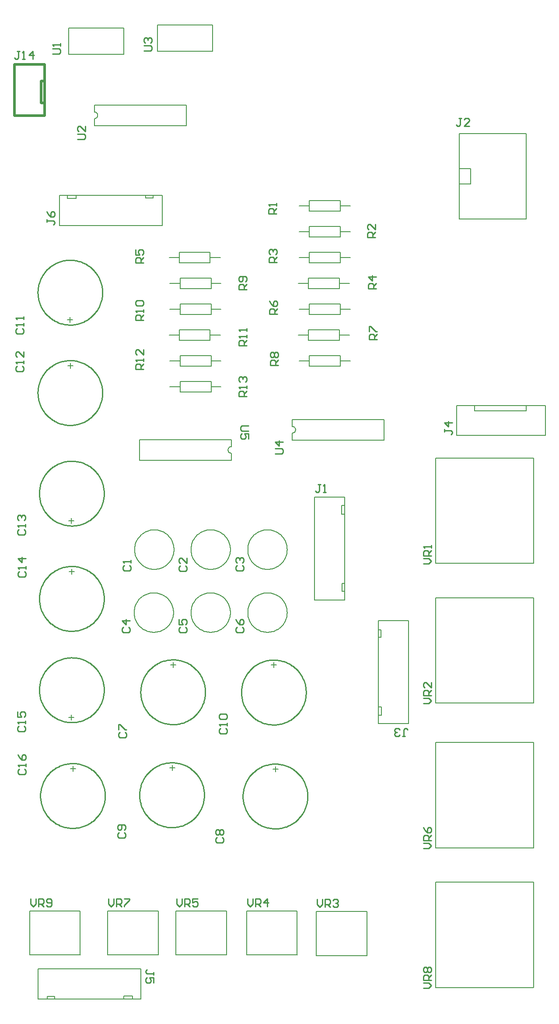
<source format=gto>
G04*
G04 #@! TF.GenerationSoftware,Altium Limited,Altium Designer,20.2.6 (244)*
G04*
G04 Layer_Color=65535*
%FSLAX25Y25*%
%MOIN*%
G70*
G04*
G04 #@! TF.SameCoordinates,D0101EB9-F9F5-49BF-87CF-733DA2BBE2A4*
G04*
G04*
G04 #@! TF.FilePolarity,Positive*
G04*
G01*
G75*
%ADD10C,0.01000*%
%ADD11C,0.00787*%
%ADD12C,0.01968*%
%ADD13C,0.00700*%
D10*
X638039Y546654D02*
X638019Y547653D01*
X637958Y548650D01*
X637857Y549644D01*
X637716Y550633D01*
X637535Y551616D01*
X637314Y552591D01*
X637053Y553556D01*
X636754Y554509D01*
X636417Y555450D01*
X636041Y556376D01*
X635629Y557286D01*
X635180Y558179D01*
X634695Y559052D01*
X634175Y559906D01*
X633621Y560737D01*
X633033Y561546D01*
X632413Y562330D01*
X631763Y563088D01*
X631081Y563819D01*
X630371Y564522D01*
X629633Y565196D01*
X628868Y565839D01*
X628078Y566451D01*
X627264Y567030D01*
X626427Y567576D01*
X625568Y568087D01*
X624689Y568563D01*
X623792Y569003D01*
X622878Y569406D01*
X621948Y569772D01*
X621004Y570100D01*
X620048Y570390D01*
X619080Y570640D01*
X618104Y570851D01*
X617119Y571023D01*
X616128Y571154D01*
X615133Y571245D01*
X614135Y571296D01*
X613136Y571306D01*
X612137Y571275D01*
X611140Y571205D01*
X610147Y571093D01*
X609160Y570942D01*
X608179Y570751D01*
X607206Y570520D01*
X606244Y570250D01*
X605294Y569941D01*
X604357Y569594D01*
X603435Y569209D01*
X602529Y568787D01*
X601641Y568329D01*
X600772Y567836D01*
X599924Y567307D01*
X599098Y566744D01*
X598295Y566149D01*
X597518Y565521D01*
X596766Y564863D01*
X596042Y564174D01*
X595346Y563457D01*
X594680Y562712D01*
X594044Y561941D01*
X593441Y561144D01*
X592870Y560324D01*
X592333Y559482D01*
X591830Y558618D01*
X591363Y557734D01*
X590932Y556833D01*
X590538Y555915D01*
X590181Y554981D01*
X589863Y554034D01*
X589583Y553075D01*
X589342Y552105D01*
X589141Y551126D01*
X588980Y550140D01*
X588859Y549148D01*
X588778Y548152D01*
X588737Y547153D01*
Y546154D01*
X588778Y545155D01*
X588859Y544159D01*
X588980Y543167D01*
X589141Y542181D01*
X589343Y541202D01*
X589583Y540232D01*
X589863Y539273D01*
X590181Y538326D01*
X590538Y537392D01*
X590932Y536474D01*
X591363Y535572D01*
X591830Y534689D01*
X592333Y533825D01*
X592870Y532983D01*
X593441Y532163D01*
X594044Y531366D01*
X594680Y530595D01*
X595346Y529850D01*
X596042Y529133D01*
X596766Y528444D01*
X597518Y527786D01*
X598295Y527158D01*
X599098Y526562D01*
X599924Y526000D01*
X600772Y525471D01*
X601641Y524978D01*
X602529Y524519D01*
X603435Y524098D01*
X604357Y523713D01*
X605294Y523366D01*
X606244Y523057D01*
X607206Y522787D01*
X608179Y522556D01*
X609160Y522365D01*
X610147Y522214D01*
X611140Y522102D01*
X612137Y522032D01*
X613136Y522001D01*
X614135Y522011D01*
X615133Y522062D01*
X616128Y522153D01*
X617119Y522284D01*
X618104Y522456D01*
X619080Y522667D01*
X620048Y522917D01*
X621004Y523207D01*
X621948Y523535D01*
X622878Y523901D01*
X623792Y524304D01*
X624689Y524744D01*
X625568Y525220D01*
X626427Y525732D01*
X627264Y526277D01*
X628078Y526856D01*
X628868Y527468D01*
X629633Y528111D01*
X630371Y528785D01*
X631081Y529488D01*
X631763Y530219D01*
X632413Y530977D01*
X633033Y531761D01*
X633621Y532570D01*
X634175Y533401D01*
X634695Y534255D01*
X635180Y535128D01*
X635629Y536021D01*
X636041Y536931D01*
X636417Y537857D01*
X636754Y538798D01*
X637053Y539751D01*
X637314Y540716D01*
X637535Y541691D01*
X637716Y542673D01*
X637857Y543663D01*
X637958Y544657D01*
X638019Y545654D01*
X638039Y546653D01*
X639220Y389961D02*
X639200Y390960D01*
X639139Y391957D01*
X639038Y392951D01*
X638897Y393941D01*
X638716Y394923D01*
X638495Y395898D01*
X638235Y396863D01*
X637935Y397816D01*
X637598Y398757D01*
X637222Y399683D01*
X636810Y400593D01*
X636361Y401486D01*
X635876Y402359D01*
X635356Y403213D01*
X634802Y404044D01*
X634214Y404853D01*
X633595Y405637D01*
X632944Y406395D01*
X632263Y407126D01*
X631552Y407829D01*
X630814Y408503D01*
X630050Y409146D01*
X629259Y409758D01*
X628445Y410337D01*
X627608Y410883D01*
X626749Y411394D01*
X625871Y411870D01*
X624973Y412310D01*
X624059Y412713D01*
X623129Y413080D01*
X622185Y413408D01*
X621229Y413697D01*
X620261Y413947D01*
X619285Y414158D01*
X618300Y414330D01*
X617310Y414461D01*
X616314Y414552D01*
X615316Y414603D01*
X614317Y414613D01*
X613318Y414582D01*
X612322Y414512D01*
X611328Y414400D01*
X610341Y414249D01*
X609360Y414058D01*
X608388Y413827D01*
X607425Y413557D01*
X606475Y413248D01*
X605538Y412901D01*
X604616Y412516D01*
X603710Y412095D01*
X602822Y411636D01*
X601953Y411143D01*
X601105Y410614D01*
X600279Y410052D01*
X599476Y409456D01*
X598699Y408828D01*
X597947Y408170D01*
X597223Y407481D01*
X596527Y406764D01*
X595861Y406019D01*
X595225Y405248D01*
X594622Y404452D01*
X594051Y403631D01*
X593514Y402789D01*
X593011Y401925D01*
X592544Y401042D01*
X592113Y400140D01*
X591719Y399222D01*
X591362Y398288D01*
X591044Y397341D01*
X590764Y396382D01*
X590524Y395412D01*
X590322Y394433D01*
X590161Y393447D01*
X590040Y392455D01*
X589959Y391459D01*
X589919Y390460D01*
Y389461D01*
X589959Y388462D01*
X590040Y387466D01*
X590161Y386474D01*
X590322Y385488D01*
X590524Y384509D01*
X590764Y383540D01*
X591044Y382580D01*
X591362Y381633D01*
X591719Y380699D01*
X592113Y379781D01*
X592544Y378880D01*
X593011Y377996D01*
X593514Y377133D01*
X594051Y376290D01*
X594622Y375470D01*
X595225Y374673D01*
X595861Y373902D01*
X596527Y373157D01*
X597223Y372440D01*
X597947Y371751D01*
X598699Y371093D01*
X599476Y370465D01*
X600279Y369870D01*
X601105Y369307D01*
X601953Y368778D01*
X602822Y368285D01*
X603710Y367827D01*
X604616Y367405D01*
X605538Y367020D01*
X606475Y366673D01*
X607425Y366364D01*
X608388Y366094D01*
X609360Y365863D01*
X610341Y365672D01*
X611328Y365521D01*
X612322Y365410D01*
X613318Y365339D01*
X614317Y365308D01*
X615316Y365319D01*
X616314Y365369D01*
X617310Y365460D01*
X618300Y365592D01*
X619285Y365763D01*
X620261Y365974D01*
X621229Y366224D01*
X622185Y366514D01*
X623129Y366842D01*
X624059Y367208D01*
X624973Y367611D01*
X625871Y368051D01*
X626749Y368527D01*
X627608Y369039D01*
X628445Y369584D01*
X629259Y370163D01*
X630050Y370775D01*
X630814Y371418D01*
X631552Y372092D01*
X632263Y372795D01*
X632944Y373526D01*
X633595Y374284D01*
X634214Y375068D01*
X634802Y375877D01*
X635356Y376709D01*
X635876Y377562D01*
X636361Y378436D01*
X636810Y379328D01*
X637222Y380238D01*
X637598Y381165D01*
X637935Y382105D01*
X638235Y383059D01*
X638495Y384023D01*
X638716Y384998D01*
X638897Y385981D01*
X639038Y386970D01*
X639139Y387964D01*
X639200Y388962D01*
X639220Y389961D01*
X638039Y623032D02*
X638019Y624031D01*
X637958Y625028D01*
X637857Y626022D01*
X637716Y627011D01*
X637535Y627994D01*
X637314Y628969D01*
X637053Y629934D01*
X636754Y630887D01*
X636417Y631828D01*
X636041Y632754D01*
X635629Y633664D01*
X635180Y634557D01*
X634695Y635430D01*
X634175Y636284D01*
X633620Y637115D01*
X633033Y637924D01*
X632413Y638708D01*
X631763Y639466D01*
X631081Y640197D01*
X630371Y640900D01*
X629633Y641574D01*
X628868Y642217D01*
X628078Y642829D01*
X627264Y643408D01*
X626427Y643954D01*
X625568Y644465D01*
X624689Y644941D01*
X623792Y645381D01*
X622878Y645784D01*
X621948Y646150D01*
X621004Y646478D01*
X620048Y646768D01*
X619080Y647018D01*
X618104Y647229D01*
X617119Y647401D01*
X616128Y647532D01*
X615133Y647623D01*
X614135Y647674D01*
X613136Y647684D01*
X612137Y647653D01*
X611140Y647582D01*
X610147Y647471D01*
X609159Y647320D01*
X608179Y647129D01*
X607206Y646898D01*
X606244Y646628D01*
X605294Y646319D01*
X604357Y645972D01*
X603434Y645587D01*
X602528Y645165D01*
X601640Y644707D01*
X600772Y644214D01*
X599924Y643685D01*
X599098Y643122D01*
X598295Y642527D01*
X597518Y641899D01*
X596766Y641241D01*
X596042Y640552D01*
X595346Y639835D01*
X594680Y639090D01*
X594044Y638319D01*
X593441Y637523D01*
X592870Y636702D01*
X592333Y635860D01*
X591830Y634996D01*
X591363Y634113D01*
X590932Y633211D01*
X590538Y632293D01*
X590181Y631359D01*
X589863Y630412D01*
X589583Y629453D01*
X589342Y628483D01*
X589141Y627504D01*
X588980Y626518D01*
X588859Y625526D01*
X588778Y624530D01*
X588737Y623531D01*
Y622532D01*
X588778Y621533D01*
X588859Y620537D01*
X588980Y619545D01*
X589141Y618559D01*
X589342Y617580D01*
X589583Y616610D01*
X589863Y615651D01*
X590181Y614704D01*
X590538Y613770D01*
X590932Y612852D01*
X591363Y611950D01*
X591830Y611067D01*
X592333Y610203D01*
X592870Y609361D01*
X593441Y608540D01*
X594044Y607744D01*
X594680Y606973D01*
X595346Y606228D01*
X596042Y605511D01*
X596766Y604822D01*
X597518Y604164D01*
X598295Y603536D01*
X599098Y602941D01*
X599924Y602378D01*
X600772Y601849D01*
X601641Y601356D01*
X602529Y600897D01*
X603435Y600476D01*
X604357Y600091D01*
X605294Y599744D01*
X606244Y599435D01*
X607206Y599165D01*
X608179Y598934D01*
X609160Y598743D01*
X610147Y598592D01*
X611140Y598481D01*
X612137Y598410D01*
X613136Y598379D01*
X614135Y598389D01*
X615133Y598440D01*
X616128Y598531D01*
X617119Y598662D01*
X618104Y598834D01*
X619080Y599045D01*
X620048Y599295D01*
X621004Y599585D01*
X621948Y599913D01*
X622878Y600279D01*
X623792Y600682D01*
X624689Y601122D01*
X625568Y601598D01*
X626427Y602109D01*
X627264Y602655D01*
X628078Y603234D01*
X628868Y603846D01*
X629633Y604489D01*
X630371Y605163D01*
X631081Y605866D01*
X631763Y606597D01*
X632413Y607355D01*
X633033Y608139D01*
X633620Y608948D01*
X634175Y609779D01*
X634694Y610633D01*
X635180Y611506D01*
X635629Y612399D01*
X636041Y613309D01*
X636417Y614235D01*
X636754Y615176D01*
X637053Y616129D01*
X637314Y617094D01*
X637535Y618069D01*
X637716Y619052D01*
X637857Y620041D01*
X637958Y621035D01*
X638019Y622032D01*
X638039Y623031D01*
X639220Y320472D02*
X639200Y321472D01*
X639139Y322469D01*
X639038Y323463D01*
X638897Y324452D01*
X638716Y325435D01*
X638495Y326410D01*
X638235Y327375D01*
X637935Y328328D01*
X637598Y329269D01*
X637222Y330195D01*
X636810Y331105D01*
X636361Y331997D01*
X635876Y332871D01*
X635356Y333725D01*
X634802Y334556D01*
X634214Y335365D01*
X633595Y336149D01*
X632944Y336907D01*
X632263Y337638D01*
X631552Y338341D01*
X630814Y339015D01*
X630050Y339658D01*
X629259Y340270D01*
X628445Y340849D01*
X627608Y341394D01*
X626749Y341906D01*
X625871Y342382D01*
X624973Y342822D01*
X624059Y343225D01*
X623129Y343591D01*
X622185Y343919D01*
X621229Y344209D01*
X620261Y344459D01*
X619285Y344670D01*
X618300Y344842D01*
X617310Y344973D01*
X616314Y345064D01*
X615316Y345114D01*
X614317Y345125D01*
X613318Y345094D01*
X612322Y345023D01*
X611328Y344912D01*
X610341Y344761D01*
X609360Y344570D01*
X608388Y344339D01*
X607425Y344069D01*
X606475Y343760D01*
X605538Y343413D01*
X604616Y343028D01*
X603710Y342606D01*
X602822Y342148D01*
X601953Y341654D01*
X601105Y341126D01*
X600279Y340563D01*
X599476Y339968D01*
X598699Y339340D01*
X597947Y338682D01*
X597223Y337993D01*
X596527Y337276D01*
X595861Y336531D01*
X595225Y335760D01*
X594622Y334963D01*
X594051Y334143D01*
X593514Y333300D01*
X593011Y332437D01*
X592544Y331553D01*
X592113Y330652D01*
X591719Y329733D01*
X591362Y328800D01*
X591044Y327853D01*
X590764Y326893D01*
X590524Y325923D01*
X590322Y324945D01*
X590161Y323958D01*
X590040Y322967D01*
X589959Y321971D01*
X589919Y320972D01*
Y319973D01*
X589959Y318974D01*
X590040Y317978D01*
X590161Y316986D01*
X590322Y316000D01*
X590524Y315021D01*
X590764Y314051D01*
X591044Y313092D01*
X591362Y312145D01*
X591719Y311211D01*
X592113Y310293D01*
X592544Y309391D01*
X593011Y308508D01*
X593514Y307644D01*
X594051Y306802D01*
X594622Y305981D01*
X595225Y305185D01*
X595861Y304414D01*
X596527Y303669D01*
X597223Y302952D01*
X597947Y302263D01*
X598699Y301605D01*
X599476Y300977D01*
X600279Y300381D01*
X601105Y299819D01*
X601953Y299290D01*
X602822Y298797D01*
X603710Y298338D01*
X604616Y297917D01*
X605538Y297532D01*
X606475Y297185D01*
X607425Y296876D01*
X608388Y296606D01*
X609360Y296375D01*
X610341Y296184D01*
X611329Y296033D01*
X612322Y295921D01*
X613318Y295851D01*
X614317Y295820D01*
X615316Y295830D01*
X616314Y295881D01*
X617310Y295972D01*
X618300Y296103D01*
X619285Y296275D01*
X620261Y296486D01*
X621229Y296736D01*
X622185Y297026D01*
X623129Y297354D01*
X624059Y297720D01*
X624973Y298123D01*
X625871Y298563D01*
X626749Y299039D01*
X627608Y299550D01*
X628445Y300096D01*
X629259Y300675D01*
X630050Y301287D01*
X630814Y301930D01*
X631552Y302604D01*
X632263Y303307D01*
X632944Y304038D01*
X633595Y304796D01*
X634214Y305580D01*
X634802Y306389D01*
X635356Y307220D01*
X635876Y308074D01*
X636361Y308947D01*
X636810Y309840D01*
X637222Y310750D01*
X637598Y311676D01*
X637935Y312617D01*
X638235Y313570D01*
X638495Y314535D01*
X638716Y315510D01*
X638897Y316492D01*
X639038Y317482D01*
X639139Y318476D01*
X639200Y319473D01*
X639220Y320472D01*
Y470079D02*
X639200Y471078D01*
X639139Y472075D01*
X639038Y473069D01*
X638897Y474059D01*
X638716Y475041D01*
X638495Y476016D01*
X638235Y476981D01*
X637935Y477934D01*
X637598Y478875D01*
X637222Y479801D01*
X636810Y480711D01*
X636361Y481604D01*
X635876Y482478D01*
X635356Y483331D01*
X634802Y484163D01*
X634214Y484971D01*
X633595Y485755D01*
X632944Y486513D01*
X632263Y487244D01*
X631552Y487947D01*
X630814Y488621D01*
X630050Y489264D01*
X629259Y489876D01*
X628445Y490455D01*
X627608Y491001D01*
X626749Y491512D01*
X625871Y491988D01*
X624973Y492428D01*
X624059Y492832D01*
X623129Y493198D01*
X622185Y493526D01*
X621229Y493815D01*
X620261Y494066D01*
X619285Y494277D01*
X618300Y494448D01*
X617310Y494579D01*
X616314Y494670D01*
X615316Y494721D01*
X614317Y494731D01*
X613318Y494701D01*
X612322Y494630D01*
X611328Y494519D01*
X610341Y494367D01*
X609360Y494176D01*
X608388Y493945D01*
X607425Y493675D01*
X606475Y493366D01*
X605538Y493019D01*
X604616Y492635D01*
X603710Y492213D01*
X602822Y491755D01*
X601953Y491261D01*
X601105Y490732D01*
X600279Y490170D01*
X599476Y489574D01*
X598699Y488947D01*
X597947Y488288D01*
X597223Y487600D01*
X596527Y486882D01*
X595861Y486137D01*
X595225Y485366D01*
X594622Y484570D01*
X594051Y483749D01*
X593514Y482907D01*
X593011Y482043D01*
X592544Y481160D01*
X592113Y480258D01*
X591719Y479340D01*
X591362Y478406D01*
X591044Y477459D01*
X590764Y476500D01*
X590524Y475530D01*
X590322Y474551D01*
X590161Y473565D01*
X590040Y472573D01*
X589959Y471577D01*
X589919Y470578D01*
Y469579D01*
X589959Y468581D01*
X590040Y467585D01*
X590161Y466593D01*
X590322Y465606D01*
X590524Y464628D01*
X590764Y463658D01*
X591044Y462698D01*
X591362Y461751D01*
X591719Y460818D01*
X592113Y459899D01*
X592544Y458998D01*
X593011Y458114D01*
X593514Y457251D01*
X594051Y456408D01*
X594622Y455588D01*
X595225Y454791D01*
X595861Y454020D01*
X596527Y453275D01*
X597223Y452558D01*
X597947Y451869D01*
X598699Y451211D01*
X599476Y450583D01*
X600279Y449988D01*
X601105Y449425D01*
X601953Y448897D01*
X602822Y448403D01*
X603710Y447945D01*
X604616Y447523D01*
X605538Y447138D01*
X606475Y446791D01*
X607425Y446482D01*
X608388Y446212D01*
X609360Y445981D01*
X610341Y445790D01*
X611329Y445639D01*
X612322Y445528D01*
X613318Y445457D01*
X614317Y445427D01*
X615316Y445437D01*
X616314Y445487D01*
X617310Y445578D01*
X618300Y445710D01*
X619285Y445881D01*
X620261Y446092D01*
X621229Y446342D01*
X622185Y446632D01*
X623129Y446960D01*
X624059Y447326D01*
X624973Y447729D01*
X625871Y448169D01*
X626749Y448645D01*
X627608Y449157D01*
X628445Y449702D01*
X629259Y450281D01*
X630050Y450893D01*
X630814Y451536D01*
X631552Y452210D01*
X632263Y452913D01*
X632944Y453644D01*
X633595Y454402D01*
X634214Y455187D01*
X634802Y455995D01*
X635356Y456827D01*
X635876Y457680D01*
X636361Y458554D01*
X636810Y459446D01*
X637222Y460357D01*
X637598Y461283D01*
X637935Y462223D01*
X638235Y463177D01*
X638495Y464141D01*
X638716Y465116D01*
X638897Y466099D01*
X639038Y467088D01*
X639139Y468082D01*
X639200Y469080D01*
X639220Y470079D01*
X640008Y239961D02*
X639988Y240960D01*
X639927Y241957D01*
X639826Y242951D01*
X639684Y243941D01*
X639503Y244923D01*
X639282Y245898D01*
X639022Y246863D01*
X638723Y247816D01*
X638385Y248757D01*
X638010Y249683D01*
X637597Y250593D01*
X637148Y251486D01*
X636663Y252360D01*
X636143Y253213D01*
X635589Y254044D01*
X635002Y254853D01*
X634382Y255637D01*
X633731Y256395D01*
X633050Y257126D01*
X632340Y257829D01*
X631602Y258503D01*
X630837Y259146D01*
X630047Y259758D01*
X629232Y260337D01*
X628395Y260883D01*
X627537Y261394D01*
X626658Y261870D01*
X625761Y262310D01*
X624847Y262714D01*
X623917Y263080D01*
X622973Y263407D01*
X622016Y263697D01*
X621049Y263948D01*
X620072Y264159D01*
X619088Y264330D01*
X618097Y264461D01*
X617102Y264552D01*
X616104Y264603D01*
X615104Y264613D01*
X614106Y264582D01*
X613109Y264512D01*
X612116Y264401D01*
X611128Y264249D01*
X610147Y264058D01*
X609175Y263827D01*
X608213Y263557D01*
X607262Y263248D01*
X606325Y262901D01*
X605403Y262516D01*
X604497Y262095D01*
X603609Y261636D01*
X602740Y261143D01*
X601892Y260614D01*
X601066Y260052D01*
X600264Y259456D01*
X599486Y258828D01*
X598735Y258170D01*
X598010Y257481D01*
X597315Y256764D01*
X596648Y256019D01*
X596013Y255248D01*
X595409Y254452D01*
X594838Y253631D01*
X594301Y252789D01*
X593799Y251925D01*
X593331Y251042D01*
X592901Y250140D01*
X592507Y249222D01*
X592150Y248288D01*
X591831Y247341D01*
X591552Y246382D01*
X591311Y245412D01*
X591110Y244433D01*
X590949Y243447D01*
X590827Y242455D01*
X590746Y241459D01*
X590706Y240460D01*
Y239461D01*
X590746Y238462D01*
X590827Y237467D01*
X590949Y236474D01*
X591110Y235488D01*
X591311Y234509D01*
X591552Y233540D01*
X591831Y232580D01*
X592150Y231633D01*
X592507Y230699D01*
X592901Y229781D01*
X593332Y228880D01*
X593799Y227996D01*
X594301Y227133D01*
X594838Y226290D01*
X595409Y225470D01*
X596013Y224673D01*
X596648Y223902D01*
X597315Y223157D01*
X598010Y222440D01*
X598735Y221751D01*
X599486Y221093D01*
X600264Y220465D01*
X601066Y219870D01*
X601892Y219307D01*
X602740Y218779D01*
X603609Y218285D01*
X604497Y217827D01*
X605403Y217405D01*
X606325Y217020D01*
X607263Y216673D01*
X608213Y216364D01*
X609175Y216094D01*
X610147Y215863D01*
X611128Y215672D01*
X612116Y215521D01*
X613109Y215410D01*
X614106Y215339D01*
X615105Y215308D01*
X616104Y215319D01*
X617102Y215369D01*
X618097Y215460D01*
X619088Y215592D01*
X620072Y215763D01*
X621049Y215974D01*
X622016Y216224D01*
X622973Y216514D01*
X623917Y216842D01*
X624847Y217208D01*
X625761Y217611D01*
X626658Y218051D01*
X627537Y218527D01*
X628395Y219039D01*
X629232Y219584D01*
X630047Y220163D01*
X630837Y220775D01*
X631602Y221418D01*
X632340Y222092D01*
X633050Y222795D01*
X633731Y223526D01*
X634382Y224285D01*
X635002Y225068D01*
X635589Y225877D01*
X636143Y226709D01*
X636663Y227562D01*
X637148Y228436D01*
X637597Y229328D01*
X638010Y230238D01*
X638385Y231165D01*
X638723Y232105D01*
X639022Y233059D01*
X639282Y234023D01*
X639503Y234998D01*
X639684Y235981D01*
X639826Y236970D01*
X639927Y237964D01*
X639988Y238962D01*
X640008Y239961D01*
X716385Y318897D02*
X716364Y319897D01*
X716303Y320894D01*
X716202Y321888D01*
X716061Y322877D01*
X715880Y323860D01*
X715659Y324835D01*
X715399Y325799D01*
X715099Y326753D01*
X714762Y327694D01*
X714387Y328620D01*
X713974Y329530D01*
X713525Y330422D01*
X713040Y331296D01*
X712520Y332150D01*
X711966Y332981D01*
X711378Y333790D01*
X710759Y334574D01*
X710108Y335332D01*
X709427Y336063D01*
X708716Y336766D01*
X707978Y337440D01*
X707214Y338083D01*
X706423Y338695D01*
X705609Y339274D01*
X704772Y339820D01*
X703913Y340331D01*
X703035Y340807D01*
X702137Y341247D01*
X701223Y341650D01*
X700293Y342016D01*
X699349Y342344D01*
X698393Y342634D01*
X697426Y342884D01*
X696449Y343095D01*
X695464Y343267D01*
X694474Y343398D01*
X693478Y343489D01*
X692480Y343540D01*
X691481Y343550D01*
X690482Y343519D01*
X689486Y343448D01*
X688492Y343337D01*
X687505Y343186D01*
X686524Y342995D01*
X685552Y342764D01*
X684589Y342494D01*
X683639Y342185D01*
X682702Y341838D01*
X681780Y341453D01*
X680874Y341031D01*
X679986Y340573D01*
X679117Y340079D01*
X678269Y339551D01*
X677443Y338988D01*
X676641Y338393D01*
X675863Y337765D01*
X675111Y337107D01*
X674387Y336418D01*
X673691Y335701D01*
X673025Y334956D01*
X672390Y334185D01*
X671786Y333388D01*
X671215Y332568D01*
X670678Y331726D01*
X670175Y330862D01*
X669708Y329978D01*
X669277Y329077D01*
X668883Y328158D01*
X668527Y327225D01*
X668208Y326278D01*
X667928Y325318D01*
X667688Y324348D01*
X667487Y323370D01*
X667325Y322383D01*
X667204Y321392D01*
X667123Y320395D01*
X667083Y319397D01*
Y318398D01*
X667123Y317399D01*
X667204Y316403D01*
X667325Y315411D01*
X667487Y314425D01*
X667688Y313446D01*
X667928Y312476D01*
X668208Y311517D01*
X668527Y310570D01*
X668883Y309636D01*
X669277Y308718D01*
X669708Y307816D01*
X670175Y306933D01*
X670678Y306069D01*
X671215Y305227D01*
X671786Y304406D01*
X672390Y303610D01*
X673025Y302839D01*
X673691Y302094D01*
X674387Y301377D01*
X675111Y300688D01*
X675863Y300030D01*
X676641Y299402D01*
X677443Y298807D01*
X678269Y298244D01*
X679117Y297715D01*
X679986Y297221D01*
X680874Y296763D01*
X681780Y296342D01*
X682702Y295957D01*
X683639Y295610D01*
X684589Y295301D01*
X685552Y295031D01*
X686524Y294800D01*
X687505Y294609D01*
X688493Y294458D01*
X689486Y294346D01*
X690482Y294276D01*
X691481Y294245D01*
X692481Y294255D01*
X693478Y294306D01*
X694474Y294397D01*
X695464Y294528D01*
X696449Y294700D01*
X697426Y294911D01*
X698393Y295161D01*
X699349Y295451D01*
X700293Y295779D01*
X701223Y296145D01*
X702138Y296548D01*
X703035Y296988D01*
X703913Y297464D01*
X704772Y297975D01*
X705609Y298521D01*
X706423Y299100D01*
X707214Y299712D01*
X707978Y300355D01*
X708716Y301029D01*
X709427Y301732D01*
X710108Y302463D01*
X710759Y303221D01*
X711378Y304005D01*
X711966Y304814D01*
X712520Y305645D01*
X713040Y306499D01*
X713525Y307372D01*
X713974Y308265D01*
X714387Y309175D01*
X714762Y310101D01*
X715099Y311042D01*
X715399Y311995D01*
X715659Y312960D01*
X715880Y313935D01*
X716061Y314917D01*
X716202Y315907D01*
X716303Y316901D01*
X716364Y317898D01*
X716385Y318897D01*
X794337Y239567D02*
X794317Y240566D01*
X794256Y241563D01*
X794155Y242558D01*
X794014Y243547D01*
X793833Y244530D01*
X793612Y245504D01*
X793352Y246469D01*
X793052Y247422D01*
X792715Y248363D01*
X792339Y249289D01*
X791927Y250199D01*
X791478Y251092D01*
X790993Y251966D01*
X790473Y252819D01*
X789919Y253650D01*
X789331Y254459D01*
X788712Y255243D01*
X788061Y256001D01*
X787380Y256732D01*
X786669Y257435D01*
X785931Y258109D01*
X785166Y258752D01*
X784376Y259364D01*
X783562Y259943D01*
X782725Y260489D01*
X781866Y261000D01*
X780987Y261476D01*
X780090Y261916D01*
X779176Y262320D01*
X778246Y262686D01*
X777302Y263014D01*
X776346Y263303D01*
X775378Y263554D01*
X774402Y263765D01*
X773417Y263936D01*
X772426Y264067D01*
X771431Y264158D01*
X770433Y264209D01*
X769434Y264219D01*
X768435Y264189D01*
X767438Y264118D01*
X766445Y264007D01*
X765457Y263855D01*
X764477Y263664D01*
X763504Y263433D01*
X762542Y263163D01*
X761592Y262854D01*
X760655Y262507D01*
X759732Y262123D01*
X758827Y261701D01*
X757938Y261243D01*
X757070Y260749D01*
X756222Y260220D01*
X755396Y259658D01*
X754593Y259062D01*
X753816Y258435D01*
X753064Y257776D01*
X752340Y257088D01*
X751644Y256370D01*
X750978Y255625D01*
X750342Y254854D01*
X749739Y254058D01*
X749168Y253238D01*
X748631Y252395D01*
X748128Y251531D01*
X747661Y250648D01*
X747230Y249746D01*
X746836Y248828D01*
X746479Y247894D01*
X746161Y246947D01*
X745881Y245988D01*
X745641Y245018D01*
X745439Y244039D01*
X745278Y243053D01*
X745157Y242061D01*
X745076Y241065D01*
X745035Y240066D01*
Y239067D01*
X745076Y238069D01*
X745157Y237073D01*
X745278Y236081D01*
X745439Y235094D01*
X745641Y234116D01*
X745881Y233146D01*
X746161Y232186D01*
X746479Y231239D01*
X746836Y230306D01*
X747230Y229387D01*
X747661Y228486D01*
X748128Y227602D01*
X748631Y226739D01*
X749168Y225896D01*
X749739Y225076D01*
X750342Y224279D01*
X750978Y223508D01*
X751644Y222763D01*
X752340Y222046D01*
X753064Y221357D01*
X753816Y220699D01*
X754593Y220071D01*
X755396Y219476D01*
X756222Y218913D01*
X757070Y218385D01*
X757939Y217891D01*
X758827Y217433D01*
X759733Y217011D01*
X760655Y216626D01*
X761592Y216279D01*
X762542Y215970D01*
X763505Y215700D01*
X764477Y215470D01*
X765458Y215278D01*
X766445Y215127D01*
X767439Y215016D01*
X768435Y214945D01*
X769434Y214915D01*
X770433Y214925D01*
X771431Y214975D01*
X772427Y215066D01*
X773417Y215198D01*
X774402Y215369D01*
X775378Y215580D01*
X776346Y215830D01*
X777302Y216120D01*
X778246Y216448D01*
X779176Y216814D01*
X780090Y217217D01*
X780988Y217657D01*
X781866Y218133D01*
X782725Y218645D01*
X783562Y219190D01*
X784376Y219770D01*
X785166Y220381D01*
X785931Y221024D01*
X786669Y221698D01*
X787380Y222401D01*
X788061Y223132D01*
X788712Y223891D01*
X789331Y224675D01*
X789919Y225483D01*
X790473Y226315D01*
X790993Y227168D01*
X791478Y228042D01*
X791927Y228934D01*
X792339Y229844D01*
X792715Y230771D01*
X793052Y231711D01*
X793351Y232665D01*
X793612Y233629D01*
X793833Y234604D01*
X794014Y235587D01*
X794155Y236576D01*
X794256Y237570D01*
X794317Y238568D01*
X794337Y239567D01*
X715597Y240551D02*
X715577Y241550D01*
X715516Y242548D01*
X715415Y243542D01*
X715274Y244531D01*
X715093Y245514D01*
X714872Y246488D01*
X714611Y247453D01*
X714312Y248407D01*
X713975Y249347D01*
X713599Y250273D01*
X713187Y251184D01*
X712737Y252076D01*
X712253Y252950D01*
X711732Y253803D01*
X711178Y254635D01*
X710591Y255443D01*
X709971Y256227D01*
X709320Y256985D01*
X708639Y257717D01*
X707929Y258420D01*
X707191Y259093D01*
X706426Y259737D01*
X705636Y260348D01*
X704822Y260928D01*
X703984Y261473D01*
X703126Y261984D01*
X702247Y262461D01*
X701350Y262901D01*
X700436Y263304D01*
X699506Y263670D01*
X698562Y263998D01*
X697606Y264287D01*
X696638Y264538D01*
X695661Y264749D01*
X694677Y264920D01*
X693686Y265052D01*
X692691Y265143D01*
X691693Y265193D01*
X690694Y265203D01*
X689695Y265173D01*
X688698Y265102D01*
X687705Y264991D01*
X686717Y264840D01*
X685737Y264648D01*
X684764Y264418D01*
X683802Y264148D01*
X682852Y263839D01*
X681915Y263492D01*
X680992Y263107D01*
X680086Y262685D01*
X679198Y262227D01*
X678330Y261733D01*
X677482Y261205D01*
X676656Y260642D01*
X675853Y260047D01*
X675075Y259419D01*
X674324Y258760D01*
X673600Y258072D01*
X672904Y257355D01*
X672238Y256610D01*
X671602Y255838D01*
X670999Y255042D01*
X670428Y254222D01*
X669890Y253379D01*
X669388Y252516D01*
X668921Y251632D01*
X668490Y250730D01*
X668096Y249812D01*
X667739Y248879D01*
X667421Y247931D01*
X667141Y246972D01*
X666900Y246002D01*
X666699Y245023D01*
X666538Y244037D01*
X666417Y243045D01*
X666336Y242049D01*
X666295Y241051D01*
Y240051D01*
X666336Y239053D01*
X666417Y238057D01*
X666538Y237065D01*
X666699Y236079D01*
X666900Y235100D01*
X667141Y234130D01*
X667421Y233171D01*
X667739Y232224D01*
X668096Y231290D01*
X668490Y230372D01*
X668921Y229470D01*
X669388Y228587D01*
X669891Y227723D01*
X670428Y226880D01*
X670999Y226060D01*
X671602Y225264D01*
X672238Y224493D01*
X672904Y223748D01*
X673600Y223030D01*
X674324Y222342D01*
X675075Y221683D01*
X675853Y221056D01*
X676656Y220460D01*
X677482Y219898D01*
X678330Y219369D01*
X679198Y218875D01*
X680087Y218417D01*
X680992Y217995D01*
X681915Y217611D01*
X682852Y217263D01*
X683802Y216955D01*
X684764Y216685D01*
X685737Y216454D01*
X686717Y216263D01*
X687705Y216111D01*
X688698Y216000D01*
X689695Y215929D01*
X690694Y215899D01*
X691693Y215909D01*
X692691Y215960D01*
X693686Y216051D01*
X694677Y216182D01*
X695661Y216353D01*
X696638Y216564D01*
X697606Y216815D01*
X698562Y217104D01*
X699506Y217432D01*
X700436Y217798D01*
X701350Y218202D01*
X702247Y218642D01*
X703126Y219118D01*
X703984Y219629D01*
X704822Y220175D01*
X705636Y220754D01*
X706426Y221366D01*
X707191Y222009D01*
X707929Y222682D01*
X708639Y223386D01*
X709320Y224117D01*
X709971Y224875D01*
X710591Y225659D01*
X711178Y226467D01*
X711732Y227299D01*
X712252Y228152D01*
X712737Y229026D01*
X713187Y229919D01*
X713599Y230829D01*
X713975Y231755D01*
X714312Y232696D01*
X714611Y233649D01*
X714872Y234614D01*
X715093Y235588D01*
X715274Y236571D01*
X715415Y237560D01*
X715516Y238555D01*
X715577Y239552D01*
X715597Y240551D01*
X793157Y318701D02*
X793137Y319700D01*
X793077Y320697D01*
X792975Y321691D01*
X792834Y322681D01*
X792653Y323663D01*
X792432Y324638D01*
X792172Y325603D01*
X791873Y326556D01*
X791535Y327497D01*
X791159Y328423D01*
X790747Y329333D01*
X790298Y330226D01*
X789813Y331100D01*
X789293Y331953D01*
X788739Y332785D01*
X788151Y333593D01*
X787532Y334377D01*
X786881Y335135D01*
X786200Y335866D01*
X785490Y336569D01*
X784751Y337243D01*
X783987Y337886D01*
X783196Y338498D01*
X782382Y339077D01*
X781545Y339623D01*
X780686Y340134D01*
X779808Y340610D01*
X778910Y341050D01*
X777996Y341454D01*
X777066Y341820D01*
X776122Y342148D01*
X775166Y342437D01*
X774198Y342688D01*
X773222Y342899D01*
X772237Y343070D01*
X771247Y343201D01*
X770251Y343292D01*
X769253Y343343D01*
X768254Y343353D01*
X767255Y343323D01*
X766259Y343252D01*
X765265Y343141D01*
X764278Y342989D01*
X763297Y342798D01*
X762325Y342567D01*
X761362Y342297D01*
X760412Y341988D01*
X759475Y341641D01*
X758553Y341256D01*
X757647Y340835D01*
X756759Y340376D01*
X755890Y339883D01*
X755042Y339354D01*
X754216Y338792D01*
X753413Y338196D01*
X752636Y337568D01*
X751884Y336910D01*
X751160Y336222D01*
X750464Y335504D01*
X749798Y334759D01*
X749163Y333988D01*
X748559Y333192D01*
X747988Y332371D01*
X747451Y331529D01*
X746948Y330665D01*
X746481Y329782D01*
X746050Y328880D01*
X745656Y327962D01*
X745300Y327028D01*
X744981Y326081D01*
X744701Y325122D01*
X744461Y324152D01*
X744260Y323173D01*
X744098Y322187D01*
X743977Y321195D01*
X743896Y320199D01*
X743856Y319200D01*
Y318201D01*
X743896Y317202D01*
X743977Y316207D01*
X744098Y315215D01*
X744260Y314228D01*
X744461Y313249D01*
X744701Y312280D01*
X744981Y311320D01*
X745300Y310373D01*
X745656Y309440D01*
X746050Y308521D01*
X746481Y307620D01*
X746948Y306736D01*
X747451Y305873D01*
X747988Y305030D01*
X748559Y304210D01*
X749163Y303413D01*
X749798Y302642D01*
X750464Y301897D01*
X751160Y301180D01*
X751884Y300491D01*
X752636Y299833D01*
X753413Y299205D01*
X754216Y298610D01*
X755042Y298047D01*
X755890Y297519D01*
X756759Y297025D01*
X757647Y296567D01*
X758553Y296145D01*
X759475Y295760D01*
X760412Y295413D01*
X761363Y295104D01*
X762325Y294834D01*
X763297Y294603D01*
X764278Y294412D01*
X765266Y294261D01*
X766259Y294150D01*
X767255Y294079D01*
X768254Y294049D01*
X769253Y294059D01*
X770252Y294109D01*
X771247Y294200D01*
X772237Y294332D01*
X773222Y294503D01*
X774199Y294714D01*
X775166Y294964D01*
X776122Y295254D01*
X777066Y295582D01*
X777996Y295948D01*
X778910Y296351D01*
X779808Y296791D01*
X780686Y297267D01*
X781545Y297779D01*
X782382Y298324D01*
X783196Y298903D01*
X783987Y299515D01*
X784751Y300158D01*
X785490Y300832D01*
X786200Y301535D01*
X786881Y302266D01*
X787532Y303025D01*
X788151Y303808D01*
X788739Y304617D01*
X789293Y305449D01*
X789813Y306302D01*
X790298Y307176D01*
X790747Y308068D01*
X791159Y308978D01*
X791535Y309905D01*
X791873Y310845D01*
X792172Y311799D01*
X792432Y312763D01*
X792653Y313738D01*
X792834Y314721D01*
X792975Y315710D01*
X793077Y316704D01*
X793137Y317702D01*
X793157Y318701D01*
X898445Y518808D02*
Y516808D01*
Y517808D01*
X903443D01*
X904443Y516808D01*
Y515809D01*
X903443Y514809D01*
X904443Y523806D02*
X898445D01*
X901444Y520807D01*
Y524806D01*
X882433Y310266D02*
X886431D01*
X888431Y312265D01*
X886431Y314264D01*
X882433D01*
X888431Y316264D02*
X882433D01*
Y319263D01*
X883432Y320262D01*
X885432D01*
X886431Y319263D01*
Y316264D01*
Y318263D02*
X888431Y320262D01*
Y326260D02*
Y322262D01*
X884432Y326260D01*
X883432D01*
X882433Y325261D01*
Y323261D01*
X883432Y322262D01*
X882433Y416565D02*
X886431D01*
X888431Y418564D01*
X886431Y420564D01*
X882433D01*
X888431Y422563D02*
X882433D01*
Y425562D01*
X883432Y426561D01*
X885432D01*
X886431Y425562D01*
Y422563D01*
Y424562D02*
X888431Y426561D01*
Y428561D02*
Y430560D01*
Y429561D01*
X882433D01*
X883432Y428561D01*
X669593Y807087D02*
X674591D01*
X675591Y808086D01*
Y810086D01*
X674591Y811085D01*
X669593D01*
X670592Y813085D02*
X669593Y814084D01*
Y816084D01*
X670592Y817083D01*
X671592D01*
X672591Y816084D01*
Y815084D01*
Y816084D01*
X673591Y817083D01*
X674591D01*
X675591Y816084D01*
Y814084D01*
X674591Y813085D01*
X599907Y804724D02*
X604906D01*
X605906Y805724D01*
Y807723D01*
X604906Y808723D01*
X599907D01*
X605906Y810723D02*
Y812722D01*
Y811722D01*
X599907D01*
X600907Y810723D01*
X618781Y739524D02*
X623779D01*
X624779Y740524D01*
Y742523D01*
X623779Y743523D01*
X618781D01*
X624779Y749521D02*
Y745522D01*
X620780Y749521D01*
X619781D01*
X618781Y748521D01*
Y746522D01*
X619781Y745522D01*
X846063Y664961D02*
X840065D01*
Y667960D01*
X841065Y668959D01*
X843064D01*
X844064Y667960D01*
Y664961D01*
Y666960D02*
X846063Y668959D01*
Y674957D02*
Y670959D01*
X842064Y674957D01*
X841065D01*
X840065Y673958D01*
Y671958D01*
X841065Y670959D01*
X770472Y683071D02*
X764474D01*
Y686070D01*
X765474Y687070D01*
X767473D01*
X768473Y686070D01*
Y683071D01*
Y685070D02*
X770472Y687070D01*
Y689069D02*
Y691068D01*
Y690069D01*
X764474D01*
X765474Y689069D01*
X911479Y755604D02*
X909480D01*
X910479D01*
Y750606D01*
X909480Y749606D01*
X908480D01*
X907480Y750606D01*
X917477Y749606D02*
X913478D01*
X917477Y753605D01*
Y754605D01*
X916477Y755604D01*
X914478D01*
X913478Y754605D01*
X676828Y103540D02*
Y105539D01*
Y104539D01*
X671830D01*
X670830Y105539D01*
Y106538D01*
X671830Y107538D01*
X676828Y97541D02*
Y101540D01*
X673829D01*
X674829Y99541D01*
Y98541D01*
X673829Y97541D01*
X671830D01*
X670830Y98541D01*
Y100540D01*
X671830Y101540D01*
X866531Y285376D02*
X868531D01*
X867531D01*
Y290375D01*
X868531Y291374D01*
X869531D01*
X870530Y290375D01*
X864532Y286376D02*
X863533Y285376D01*
X861533D01*
X860534Y286376D01*
Y287376D01*
X861533Y288375D01*
X862533D01*
X861533D01*
X860534Y289375D01*
Y290375D01*
X861533Y291374D01*
X863533D01*
X864532Y290375D01*
X804335Y476828D02*
X802335D01*
X803335D01*
Y471830D01*
X802335Y470830D01*
X801336D01*
X800336Y471830D01*
X806334Y470830D02*
X808333D01*
X807334D01*
Y476828D01*
X806334Y475829D01*
X740671Y368172D02*
X739671Y367172D01*
Y365173D01*
X740671Y364173D01*
X744670D01*
X745669Y365173D01*
Y367172D01*
X744670Y368172D01*
X739671Y374170D02*
X740671Y372171D01*
X742670Y370171D01*
X744670D01*
X745669Y371171D01*
Y373170D01*
X744670Y374170D01*
X743670D01*
X742670Y373170D01*
Y370171D01*
X697364Y368172D02*
X696364Y367172D01*
Y365173D01*
X697364Y364173D01*
X701363D01*
X702362Y365173D01*
Y367172D01*
X701363Y368172D01*
X696364Y374170D02*
Y370171D01*
X699363D01*
X698363Y372171D01*
Y373170D01*
X699363Y374170D01*
X701363D01*
X702362Y373170D01*
Y371171D01*
X701363Y370171D01*
X654057Y368172D02*
X653057Y367172D01*
Y365173D01*
X654057Y364173D01*
X658055D01*
X659055Y365173D01*
Y367172D01*
X658055Y368172D01*
X659055Y373170D02*
X653057D01*
X656056Y370171D01*
Y374170D01*
X740671Y415416D02*
X739671Y414416D01*
Y412417D01*
X740671Y411417D01*
X744670D01*
X745669Y412417D01*
Y414416D01*
X744670Y415416D01*
X740671Y417415D02*
X739671Y418415D01*
Y420414D01*
X740671Y421414D01*
X741671D01*
X742670Y420414D01*
Y419415D01*
Y420414D01*
X743670Y421414D01*
X744670D01*
X745669Y420414D01*
Y418415D01*
X744670Y417415D01*
X595613Y678744D02*
Y676745D01*
Y677744D01*
X600611D01*
X601611Y676745D01*
Y675745D01*
X600611Y674745D01*
X595613Y684742D02*
X596612Y682743D01*
X598612Y680743D01*
X600611D01*
X601611Y681743D01*
Y683742D01*
X600611Y684742D01*
X599611D01*
X598612Y683742D01*
Y680743D01*
X769568Y500154D02*
X774567D01*
X775566Y501154D01*
Y503153D01*
X774567Y504153D01*
X769568D01*
X775566Y509151D02*
X769568D01*
X772568Y506152D01*
Y510151D01*
X748032Y625197D02*
X742033D01*
Y628196D01*
X743033Y629196D01*
X745033D01*
X746032Y628196D01*
Y625197D01*
Y627196D02*
X748032Y629196D01*
X747032Y631195D02*
X748032Y632195D01*
Y634194D01*
X747032Y635194D01*
X743033D01*
X742033Y634194D01*
Y632195D01*
X743033Y631195D01*
X744033D01*
X745033Y632195D01*
Y635194D01*
X772047Y567717D02*
X766049D01*
Y570716D01*
X767049Y571715D01*
X769048D01*
X770048Y570716D01*
Y567717D01*
Y569716D02*
X772047Y571715D01*
X767049Y573715D02*
X766049Y574714D01*
Y576714D01*
X767049Y577713D01*
X768048D01*
X769048Y576714D01*
X770048Y577713D01*
X771048D01*
X772047Y576714D01*
Y574714D01*
X771048Y573715D01*
X770048D01*
X769048Y574714D01*
X768048Y573715D01*
X767049D01*
X769048Y574714D02*
Y576714D01*
X847244Y587402D02*
X841246D01*
Y590401D01*
X842246Y591400D01*
X844245D01*
X845245Y590401D01*
Y587402D01*
Y589401D02*
X847244Y591400D01*
X841246Y593400D02*
Y597398D01*
X842246D01*
X846244Y593400D01*
X847244D01*
X771260Y606693D02*
X765262D01*
Y609692D01*
X766261Y610692D01*
X768261D01*
X769261Y609692D01*
Y606693D01*
Y608692D02*
X771260Y610692D01*
X765262Y616690D02*
X766261Y614690D01*
X768261Y612691D01*
X770260D01*
X771260Y613691D01*
Y615690D01*
X770260Y616690D01*
X769261D01*
X768261Y615690D01*
Y612691D01*
X669291Y645669D02*
X663293D01*
Y648668D01*
X664293Y649668D01*
X666292D01*
X667292Y648668D01*
Y645669D01*
Y647669D02*
X669291Y649668D01*
X663293Y655666D02*
Y651667D01*
X666292D01*
X665293Y653667D01*
Y654666D01*
X666292Y655666D01*
X668292D01*
X669291Y654666D01*
Y652667D01*
X668292Y651667D01*
X846457Y625984D02*
X840459D01*
Y628983D01*
X841458Y629983D01*
X843458D01*
X844457Y628983D01*
Y625984D01*
Y627984D02*
X846457Y629983D01*
Y634981D02*
X840459D01*
X843458Y631982D01*
Y635981D01*
X770866Y646063D02*
X764868D01*
Y649062D01*
X765868Y650062D01*
X767867D01*
X768867Y649062D01*
Y646063D01*
Y648062D02*
X770866Y650062D01*
X765868Y652061D02*
X764868Y653061D01*
Y655060D01*
X765868Y656060D01*
X766867D01*
X767867Y655060D01*
Y654060D01*
Y655060D01*
X768867Y656060D01*
X769867D01*
X770866Y655060D01*
Y653061D01*
X769867Y652061D01*
X728073Y291203D02*
X727073Y290204D01*
Y288204D01*
X728073Y287205D01*
X732071D01*
X733071Y288204D01*
Y290204D01*
X732071Y291203D01*
X733071Y293203D02*
Y295202D01*
Y294202D01*
X727073D01*
X728073Y293203D01*
Y298201D02*
X727073Y299201D01*
Y301200D01*
X728073Y302200D01*
X732071D01*
X733071Y301200D01*
Y299201D01*
X732071Y298201D01*
X728073D01*
X650512Y212069D02*
X649513Y211070D01*
Y209070D01*
X650512Y208071D01*
X654511D01*
X655511Y209070D01*
Y211070D01*
X654511Y212069D01*
Y214069D02*
X655511Y215068D01*
Y217068D01*
X654511Y218068D01*
X650512D01*
X649513Y217068D01*
Y215068D01*
X650512Y214069D01*
X651512D01*
X652512Y215068D01*
Y218068D01*
X725315Y208132D02*
X724316Y207133D01*
Y205133D01*
X725315Y204134D01*
X729314D01*
X730314Y205133D01*
Y207133D01*
X729314Y208132D01*
X725315Y210132D02*
X724316Y211131D01*
Y213131D01*
X725315Y214130D01*
X726315D01*
X727315Y213131D01*
X728314Y214130D01*
X729314D01*
X730314Y213131D01*
Y211131D01*
X729314Y210132D01*
X728314D01*
X727315Y211131D01*
X726315Y210132D01*
X725315D01*
X727315Y211131D02*
Y213131D01*
X651300Y288447D02*
X650300Y287448D01*
Y285448D01*
X651300Y284449D01*
X655298D01*
X656298Y285448D01*
Y287448D01*
X655298Y288447D01*
X650300Y290447D02*
Y294445D01*
X651300D01*
X655298Y290447D01*
X656298D01*
X654450Y415416D02*
X653451Y414416D01*
Y412417D01*
X654450Y411417D01*
X658449D01*
X659449Y412417D01*
Y414416D01*
X658449Y415416D01*
X659449Y417415D02*
Y419415D01*
Y418415D01*
X653451D01*
X654450Y417415D01*
X697364Y415022D02*
X696364Y414023D01*
Y412023D01*
X697364Y411024D01*
X701363D01*
X702362Y412023D01*
Y414023D01*
X701363Y415022D01*
X702362Y421020D02*
Y417022D01*
X698363Y421020D01*
X697364D01*
X696364Y420021D01*
Y418021D01*
X697364Y417022D01*
X749329Y521500D02*
X744331D01*
X743331Y520500D01*
Y518501D01*
X744331Y517501D01*
X749329D01*
Y511503D02*
Y515502D01*
X746330D01*
X747330Y513502D01*
Y512502D01*
X746330Y511503D01*
X744331D01*
X743331Y512502D01*
Y514502D01*
X744331Y515502D01*
X574529Y260298D02*
X573529Y259298D01*
Y257299D01*
X574529Y256299D01*
X578528D01*
X579528Y257299D01*
Y259298D01*
X578528Y260298D01*
X579528Y262297D02*
Y264297D01*
Y263297D01*
X573529D01*
X574529Y262297D01*
X573529Y271294D02*
X574529Y269295D01*
X576529Y267296D01*
X578528D01*
X579528Y268295D01*
Y270295D01*
X578528Y271294D01*
X577528D01*
X576529Y270295D01*
Y267296D01*
X574119Y293021D02*
X573119Y292021D01*
Y290022D01*
X574119Y289022D01*
X578117D01*
X579117Y290022D01*
Y292021D01*
X578117Y293021D01*
X579117Y295021D02*
Y297020D01*
Y296020D01*
X573119D01*
X574119Y295021D01*
X573119Y304018D02*
Y300019D01*
X576118D01*
X575118Y302018D01*
Y303018D01*
X576118Y304018D01*
X578117D01*
X579117Y303018D01*
Y301019D01*
X578117Y300019D01*
X574529Y410692D02*
X573529Y409692D01*
Y407693D01*
X574529Y406693D01*
X578528D01*
X579528Y407693D01*
Y409692D01*
X578528Y410692D01*
X579528Y412691D02*
Y414690D01*
Y413691D01*
X573529D01*
X574529Y412691D01*
X579528Y420688D02*
X573529D01*
X576529Y417689D01*
Y421688D01*
X574119Y442627D02*
X573119Y441628D01*
Y439628D01*
X574119Y438629D01*
X578117D01*
X579117Y439628D01*
Y441628D01*
X578117Y442627D01*
X579117Y444627D02*
Y446626D01*
Y445626D01*
X573119D01*
X574119Y444627D01*
Y449625D02*
X573119Y450625D01*
Y452624D01*
X574119Y453624D01*
X575118D01*
X576118Y452624D01*
Y451624D01*
Y452624D01*
X577118Y453624D01*
X578117D01*
X579117Y452624D01*
Y450625D01*
X578117Y449625D01*
X572954Y566991D02*
X571955Y565991D01*
Y563992D01*
X572954Y562992D01*
X576953D01*
X577953Y563992D01*
Y565991D01*
X576953Y566991D01*
X577953Y568990D02*
Y570990D01*
Y569990D01*
X571955D01*
X572954Y568990D01*
X577953Y577987D02*
Y573989D01*
X573954Y577987D01*
X572954D01*
X571955Y576988D01*
Y574988D01*
X572954Y573989D01*
X572937Y595580D02*
X571938Y594581D01*
Y592581D01*
X572937Y591581D01*
X576936D01*
X577936Y592581D01*
Y594581D01*
X576936Y595580D01*
X577936Y597580D02*
Y599579D01*
Y598579D01*
X571938D01*
X572937Y597580D01*
X577936Y602578D02*
Y604577D01*
Y603578D01*
X571938D01*
X572937Y602578D01*
X669291Y601968D02*
X663293D01*
Y604967D01*
X664293Y605967D01*
X666292D01*
X667292Y604967D01*
Y601968D01*
Y603968D02*
X669291Y605967D01*
Y607967D02*
Y609966D01*
Y608966D01*
X663293D01*
X664293Y607967D01*
Y612965D02*
X663293Y613965D01*
Y615964D01*
X664293Y616964D01*
X668292D01*
X669291Y615964D01*
Y613965D01*
X668292Y612965D01*
X664293D01*
X748032Y582677D02*
X742033D01*
Y585676D01*
X743033Y586676D01*
X745033D01*
X746032Y585676D01*
Y582677D01*
Y584677D02*
X748032Y586676D01*
Y588675D02*
Y590675D01*
Y589675D01*
X742033D01*
X743033Y588675D01*
X748032Y593674D02*
Y595673D01*
Y594673D01*
X742033D01*
X743033Y593674D01*
X669291Y564567D02*
X663293D01*
Y567566D01*
X664293Y568566D01*
X666292D01*
X667292Y567566D01*
Y564567D01*
Y566566D02*
X669291Y568566D01*
Y570565D02*
Y572564D01*
Y571565D01*
X663293D01*
X664293Y570565D01*
X669291Y579562D02*
Y575563D01*
X665293Y579562D01*
X664293D01*
X663293Y578562D01*
Y576563D01*
X664293Y575563D01*
X748032Y544095D02*
X742033D01*
Y547093D01*
X743033Y548093D01*
X745033D01*
X746032Y547093D01*
Y544095D01*
Y546094D02*
X748032Y548093D01*
Y550093D02*
Y552092D01*
Y551092D01*
X742033D01*
X743033Y550093D01*
Y555091D02*
X742033Y556091D01*
Y558090D01*
X743033Y559090D01*
X744033D01*
X745033Y558090D01*
Y557090D01*
Y558090D01*
X746032Y559090D01*
X747032D01*
X748032Y558090D01*
Y556091D01*
X747032Y555091D01*
X882433Y200029D02*
X886431D01*
X888431Y202029D01*
X886431Y204028D01*
X882433D01*
X888431Y206027D02*
X882433D01*
Y209026D01*
X883432Y210026D01*
X885432D01*
X886431Y209026D01*
Y206027D01*
Y208027D02*
X888431Y210026D01*
X882433Y216024D02*
X883432Y214025D01*
X885432Y212025D01*
X887431D01*
X888431Y213025D01*
Y215024D01*
X887431Y216024D01*
X886431D01*
X885432Y215024D01*
Y212025D01*
X882433Y93730D02*
X886431D01*
X888431Y95729D01*
X886431Y97729D01*
X882433D01*
X888431Y99728D02*
X882433D01*
Y102727D01*
X883432Y103727D01*
X885432D01*
X886431Y102727D01*
Y99728D01*
Y101727D02*
X888431Y103727D01*
X883432Y105726D02*
X882433Y106726D01*
Y108725D01*
X883432Y109725D01*
X884432D01*
X885432Y108725D01*
X886431Y109725D01*
X887431D01*
X888431Y108725D01*
Y106726D01*
X887431Y105726D01*
X886431D01*
X885432Y106726D01*
X884432Y105726D01*
X883432D01*
X885432Y106726D02*
Y108725D01*
X574994Y806462D02*
X572995D01*
X573995D01*
Y801464D01*
X572995Y800464D01*
X571995D01*
X570996Y801464D01*
X576994Y800464D02*
X578993D01*
X577993D01*
Y806462D01*
X576994Y805463D01*
X584991Y800464D02*
Y806462D01*
X581992Y803463D01*
X585991D01*
X801667Y161378D02*
Y157379D01*
X803666Y155380D01*
X805665Y157379D01*
Y161378D01*
X807665Y155380D02*
Y161378D01*
X810664D01*
X811663Y160378D01*
Y158379D01*
X810664Y157379D01*
X807665D01*
X809664D02*
X811663Y155380D01*
X813663Y160378D02*
X814662Y161378D01*
X816662D01*
X817661Y160378D01*
Y159379D01*
X816662Y158379D01*
X815662D01*
X816662D01*
X817661Y157379D01*
Y156380D01*
X816662Y155380D01*
X814662D01*
X813663Y156380D01*
X748517Y161772D02*
Y157773D01*
X750516Y155774D01*
X752516Y157773D01*
Y161772D01*
X754515Y155774D02*
Y161772D01*
X757514D01*
X758514Y160772D01*
Y158773D01*
X757514Y157773D01*
X754515D01*
X756514D02*
X758514Y155774D01*
X763512D02*
Y161772D01*
X760513Y158773D01*
X764512D01*
X694580Y161772D02*
Y157773D01*
X696579Y155774D01*
X698579Y157773D01*
Y161772D01*
X700578Y155774D02*
Y161772D01*
X703577D01*
X704577Y160772D01*
Y158773D01*
X703577Y157773D01*
X700578D01*
X702577D02*
X704577Y155774D01*
X710575Y161772D02*
X706576D01*
Y158773D01*
X708575Y159772D01*
X709575D01*
X710575Y158773D01*
Y156773D01*
X709575Y155774D01*
X707576D01*
X706576Y156773D01*
X642611Y161772D02*
Y157773D01*
X644611Y155774D01*
X646610Y157773D01*
Y161772D01*
X648609Y155774D02*
Y161772D01*
X651609D01*
X652608Y160772D01*
Y158773D01*
X651609Y157773D01*
X648609D01*
X650609D02*
X652608Y155774D01*
X654607Y161772D02*
X658606D01*
Y160772D01*
X654607Y156773D01*
Y155774D01*
X583163Y161772D02*
Y157773D01*
X585162Y155774D01*
X587161Y157773D01*
Y161772D01*
X589161Y155774D02*
Y161772D01*
X592160D01*
X593159Y160772D01*
Y158773D01*
X592160Y157773D01*
X589161D01*
X591160D02*
X593159Y155774D01*
X595159Y156773D02*
X596158Y155774D01*
X598158D01*
X599157Y156773D01*
Y160772D01*
X598158Y161772D01*
X596158D01*
X595159Y160772D01*
Y159772D01*
X596158Y158773D01*
X599157D01*
D11*
X631929Y755374D02*
X632886Y755564D01*
X633697Y756106D01*
X634239Y756917D01*
X634429Y757874D01*
X634239Y758831D01*
X633697Y759642D01*
X632886Y760184D01*
X631929Y760374D01*
X735472Y427362D02*
X735439Y428364D01*
X735339Y429361D01*
X735172Y430350D01*
X734939Y431325D01*
X734643Y432282D01*
X734282Y433218D01*
X733860Y434127D01*
X733379Y435006D01*
X732839Y435851D01*
X732244Y436658D01*
X731597Y437424D01*
X730900Y438144D01*
X730157Y438817D01*
X729370Y439438D01*
X728544Y440006D01*
X727681Y440516D01*
X726787Y440969D01*
X725864Y441360D01*
X724917Y441689D01*
X723950Y441954D01*
X722967Y442153D01*
X721974Y442287D01*
X720974Y442354D01*
X719971D01*
X718971Y442287D01*
X717978Y442153D01*
X716995Y441954D01*
X716028Y441689D01*
X715081Y441360D01*
X714158Y440969D01*
X713264Y440516D01*
X712401Y440006D01*
X711575Y439438D01*
X710788Y438817D01*
X710045Y438144D01*
X709348Y437424D01*
X708701Y436658D01*
X708106Y435851D01*
X707566Y435006D01*
X707085Y434127D01*
X706663Y433218D01*
X706302Y432282D01*
X706005Y431325D01*
X705773Y430350D01*
X705606Y429361D01*
X705506Y428364D01*
X705473Y427362D01*
X705506Y426360D01*
X705606Y425363D01*
X705773Y424374D01*
X706005Y423399D01*
X706302Y422442D01*
X706663Y421506D01*
X707085Y420597D01*
X707566Y419718D01*
X708106Y418873D01*
X708701Y418066D01*
X709348Y417300D01*
X710045Y416580D01*
X710788Y415907D01*
X711575Y415286D01*
X712401Y414719D01*
X713264Y414208D01*
X714158Y413756D01*
X715081Y413365D01*
X716028Y413036D01*
X716995Y412771D01*
X717978Y412571D01*
X718971Y412437D01*
X719971Y412371D01*
X720974D01*
X721974Y412437D01*
X722967Y412571D01*
X723950Y412771D01*
X724917Y413036D01*
X725864Y413365D01*
X726786Y413756D01*
X727681Y414208D01*
X728544Y414719D01*
X729370Y415286D01*
X730157Y415907D01*
X730900Y416580D01*
X731597Y417300D01*
X732244Y418066D01*
X732839Y418873D01*
X733378Y419718D01*
X733860Y420597D01*
X734282Y421506D01*
X734643Y422442D01*
X734939Y423399D01*
X735172Y424374D01*
X735339Y425363D01*
X735439Y426360D01*
X735472Y427362D01*
X692559Y427362D02*
X692525Y428364D01*
X692425Y429361D01*
X692259Y430350D01*
X692026Y431325D01*
X691729Y432282D01*
X691369Y433218D01*
X690947Y434127D01*
X690465Y435006D01*
X689926Y435851D01*
X689331Y436658D01*
X688684Y437424D01*
X687987Y438144D01*
X687244Y438817D01*
X686457Y439438D01*
X685630Y440006D01*
X684768Y440516D01*
X683873Y440969D01*
X682950Y441360D01*
X682003Y441689D01*
X681036Y441954D01*
X680054Y442153D01*
X679061Y442287D01*
X678060Y442354D01*
X677058D01*
X676058Y442287D01*
X675064Y442153D01*
X674082Y441954D01*
X673115Y441689D01*
X672168Y441360D01*
X671245Y440969D01*
X670350Y440516D01*
X669488Y440005D01*
X668661Y439438D01*
X667875Y438817D01*
X667131Y438144D01*
X666434Y437424D01*
X665787Y436658D01*
X665192Y435851D01*
X664653Y435006D01*
X664171Y434127D01*
X663749Y433218D01*
X663389Y432282D01*
X663092Y431325D01*
X662860Y430350D01*
X662693Y429361D01*
X662593Y428364D01*
X662559Y427362D01*
X662593Y426360D01*
X662693Y425363D01*
X662860Y424374D01*
X663092Y423399D01*
X663389Y422442D01*
X663749Y421506D01*
X664171Y420597D01*
X664653Y419718D01*
X665192Y418873D01*
X665787Y418066D01*
X666434Y417300D01*
X667131Y416580D01*
X667875Y415907D01*
X668661Y415286D01*
X669488Y414719D01*
X670350Y414208D01*
X671245Y413756D01*
X672168Y413365D01*
X673115Y413036D01*
X674082Y412771D01*
X675064Y412571D01*
X676058Y412437D01*
X677058Y412370D01*
X678060D01*
X679061Y412437D01*
X680054Y412571D01*
X681036Y412771D01*
X682003Y413036D01*
X682950Y413364D01*
X683873Y413756D01*
X684768Y414208D01*
X685630Y414719D01*
X686457Y415286D01*
X687243Y415907D01*
X687987Y416580D01*
X688684Y417300D01*
X689331Y418066D01*
X689926Y418873D01*
X690465Y419718D01*
X690947Y420597D01*
X691369Y421506D01*
X691729Y422442D01*
X692026Y423399D01*
X692258Y424374D01*
X692425Y425363D01*
X692525Y426360D01*
X692559Y427362D01*
X778780Y427362D02*
X778746Y428364D01*
X778646Y429362D01*
X778479Y430350D01*
X778246Y431325D01*
X777949Y432283D01*
X777589Y433218D01*
X777167Y434127D01*
X776685Y435007D01*
X776146Y435851D01*
X775552Y436658D01*
X774904Y437424D01*
X774207Y438145D01*
X773464Y438817D01*
X772677Y439438D01*
X771851Y440006D01*
X770988Y440517D01*
X770093Y440969D01*
X769171Y441360D01*
X768224Y441689D01*
X767257Y441954D01*
X766274Y442153D01*
X765281Y442287D01*
X764281Y442354D01*
X763278D01*
X762278Y442287D01*
X761285Y442153D01*
X760302Y441954D01*
X759335Y441689D01*
X758388Y441360D01*
X757466Y440969D01*
X756571Y440517D01*
X755708Y440006D01*
X754882Y439438D01*
X754095Y438817D01*
X753352Y438145D01*
X752655Y437424D01*
X752007Y436658D01*
X751413Y435851D01*
X750874Y435007D01*
X750392Y434127D01*
X749970Y433218D01*
X749610Y432283D01*
X749312Y431325D01*
X749080Y430350D01*
X748913Y429362D01*
X748813Y428364D01*
X748779Y427362D01*
X748813Y426360D01*
X748913Y425363D01*
X749080Y424374D01*
X749312Y423399D01*
X749610Y422442D01*
X749970Y421506D01*
X750392Y420597D01*
X750874Y419718D01*
X751413Y418873D01*
X752007Y418066D01*
X752655Y417301D01*
X753352Y416580D01*
X754095Y415907D01*
X754882Y415286D01*
X755708Y414719D01*
X756571Y414208D01*
X757466Y413756D01*
X758388Y413365D01*
X759335Y413036D01*
X760302Y412771D01*
X761285Y412571D01*
X762278Y412438D01*
X763278Y412371D01*
X764281D01*
X765281Y412438D01*
X766274Y412571D01*
X767257Y412771D01*
X768224Y413036D01*
X769171Y413365D01*
X770093Y413756D01*
X770988Y414208D01*
X771851Y414719D01*
X772677Y415286D01*
X773464Y415907D01*
X774207Y416580D01*
X774904Y417301D01*
X775552Y418066D01*
X776146Y418873D01*
X776685Y419718D01*
X777167Y420597D01*
X777589Y421506D01*
X777949Y422442D01*
X778246Y423399D01*
X778479Y424374D01*
X778646Y425363D01*
X778746Y426360D01*
X778780Y427362D01*
X692164Y379412D02*
X692131Y380413D01*
X692030Y381411D01*
X691864Y382399D01*
X691631Y383374D01*
X691334Y384332D01*
X690974Y385267D01*
X690552Y386177D01*
X690070Y387056D01*
X689531Y387901D01*
X688936Y388708D01*
X688289Y389473D01*
X687592Y390194D01*
X686849Y390866D01*
X686062Y391488D01*
X685235Y392055D01*
X684373Y392566D01*
X683478Y393018D01*
X682555Y393409D01*
X681608Y393738D01*
X680642Y394003D01*
X679659Y394203D01*
X678666Y394336D01*
X677665Y394403D01*
X676663D01*
X675663Y394336D01*
X674669Y394203D01*
X673687Y394003D01*
X672720Y393738D01*
X671773Y393409D01*
X670850Y393018D01*
X669955Y392566D01*
X669093Y392055D01*
X668266Y391488D01*
X667480Y390866D01*
X666736Y390194D01*
X666039Y389473D01*
X665392Y388708D01*
X664797Y387901D01*
X664258Y387056D01*
X663776Y386177D01*
X663354Y385267D01*
X662994Y384332D01*
X662697Y383374D01*
X662465Y382399D01*
X662298Y381411D01*
X662198Y380413D01*
X662164Y379412D01*
X662198Y378410D01*
X662298Y377412D01*
X662465Y376424D01*
X662697Y375449D01*
X662994Y374491D01*
X663354Y373556D01*
X663776Y372646D01*
X664258Y371767D01*
X664798Y370922D01*
X665392Y370115D01*
X666039Y369350D01*
X666736Y368629D01*
X667480Y367957D01*
X668266Y367336D01*
X669093Y366768D01*
X669955Y366257D01*
X670850Y365805D01*
X671773Y365414D01*
X672720Y365085D01*
X673687Y364820D01*
X674669Y364620D01*
X675663Y364487D01*
X676663Y364420D01*
X677665D01*
X678666Y364487D01*
X679659Y364620D01*
X680642Y364820D01*
X681608Y365085D01*
X682555Y365414D01*
X683478Y365805D01*
X684373Y366257D01*
X685235Y366768D01*
X686062Y367335D01*
X686849Y367957D01*
X687592Y368629D01*
X688289Y369350D01*
X688936Y370115D01*
X689531Y370922D01*
X690070Y371767D01*
X690552Y372646D01*
X690974Y373556D01*
X691334Y374491D01*
X691631Y375448D01*
X691864Y376424D01*
X692030Y377412D01*
X692131Y378410D01*
X692164Y379411D01*
X735471Y379412D02*
X735438Y380413D01*
X735337Y381411D01*
X735171Y382399D01*
X734938Y383374D01*
X734641Y384332D01*
X734281Y385267D01*
X733859Y386177D01*
X733377Y387056D01*
X732838Y387901D01*
X732243Y388708D01*
X731596Y389473D01*
X730899Y390194D01*
X730156Y390866D01*
X729369Y391488D01*
X728543Y392055D01*
X727680Y392566D01*
X726785Y393018D01*
X725862Y393409D01*
X724915Y393738D01*
X723949Y394003D01*
X722966Y394203D01*
X721973Y394336D01*
X720972Y394403D01*
X719970D01*
X718970Y394336D01*
X717976Y394203D01*
X716994Y394003D01*
X716027Y393738D01*
X715080Y393409D01*
X714157Y393018D01*
X713263Y392566D01*
X712400Y392055D01*
X711574Y391488D01*
X710787Y390866D01*
X710043Y390194D01*
X709346Y389473D01*
X708699Y388708D01*
X708105Y387901D01*
X707565Y387056D01*
X707084Y386177D01*
X706662Y385267D01*
X706301Y384332D01*
X706004Y383374D01*
X705772Y382399D01*
X705605Y381411D01*
X705505Y380413D01*
X705471Y379412D01*
X705505Y378410D01*
X705605Y377412D01*
X705772Y376424D01*
X706004Y375449D01*
X706301Y374491D01*
X706662Y373556D01*
X707084Y372646D01*
X707565Y371767D01*
X708105Y370922D01*
X708699Y370115D01*
X709346Y369350D01*
X710043Y368629D01*
X710787Y367957D01*
X711574Y367336D01*
X712400Y366768D01*
X713263Y366257D01*
X714157Y365805D01*
X715080Y365414D01*
X716027Y365085D01*
X716994Y364820D01*
X717976Y364620D01*
X718970Y364487D01*
X719970Y364420D01*
X720972D01*
X721973Y364487D01*
X722966Y364620D01*
X723949Y364820D01*
X724915Y365085D01*
X725862Y365414D01*
X726785Y365805D01*
X727680Y366257D01*
X728543Y366768D01*
X729369Y367335D01*
X730156Y367957D01*
X730899Y368629D01*
X731596Y369350D01*
X732243Y370115D01*
X732838Y370922D01*
X733377Y371767D01*
X733859Y372646D01*
X734281Y373556D01*
X734641Y374491D01*
X734938Y375448D01*
X735171Y376424D01*
X735337Y377412D01*
X735438Y378410D01*
X735471Y379411D01*
X778778Y379412D02*
X778745Y380413D01*
X778645Y381411D01*
X778478Y382399D01*
X778245Y383374D01*
X777948Y384332D01*
X777588Y385267D01*
X777166Y386177D01*
X776684Y387056D01*
X776145Y387901D01*
X775550Y388708D01*
X774903Y389473D01*
X774206Y390194D01*
X773463Y390866D01*
X772676Y391488D01*
X771850Y392055D01*
X770987Y392566D01*
X770092Y393018D01*
X769170Y393409D01*
X768223Y393738D01*
X767256Y394003D01*
X766273Y394203D01*
X765280Y394336D01*
X764280Y394403D01*
X763277D01*
X762277Y394336D01*
X761283Y394203D01*
X760301Y394003D01*
X759334Y393738D01*
X758387Y393409D01*
X757464Y393018D01*
X756570Y392566D01*
X755707Y392055D01*
X754881Y391488D01*
X754094Y390866D01*
X753350Y390194D01*
X752654Y389473D01*
X752006Y388708D01*
X751412Y387901D01*
X750872Y387056D01*
X750391Y386177D01*
X749969Y385267D01*
X749608Y384332D01*
X749311Y383374D01*
X749079Y382399D01*
X748912Y381411D01*
X748812Y380413D01*
X748778Y379412D01*
X748812Y378410D01*
X748912Y377412D01*
X749079Y376424D01*
X749311Y375449D01*
X749608Y374491D01*
X749969Y373556D01*
X750391Y372646D01*
X750872Y371767D01*
X751412Y370922D01*
X752006Y370115D01*
X752654Y369350D01*
X753350Y368629D01*
X754094Y367957D01*
X754881Y367336D01*
X755707Y366768D01*
X756570Y366257D01*
X757464Y365805D01*
X758387Y365414D01*
X759334Y365085D01*
X760301Y364820D01*
X761283Y364620D01*
X762277Y364487D01*
X763277Y364420D01*
X764280D01*
X765280Y364487D01*
X766273Y364620D01*
X767256Y364820D01*
X768223Y365085D01*
X769170Y365414D01*
X770092Y365805D01*
X770987Y366257D01*
X771850Y366768D01*
X772676Y367335D01*
X773463Y367957D01*
X774206Y368629D01*
X774903Y369350D01*
X775550Y370115D01*
X776145Y370922D01*
X776684Y371767D01*
X777166Y372646D01*
X777588Y373556D01*
X777948Y374491D01*
X778245Y375448D01*
X778478Y376424D01*
X778645Y377412D01*
X778745Y378410D01*
X778778Y379411D01*
X736181Y505650D02*
X735224Y505459D01*
X734413Y504917D01*
X733871Y504106D01*
X733681Y503150D01*
X733871Y502193D01*
X734413Y501382D01*
X735224Y500840D01*
X736181Y500650D01*
X782717Y516004D02*
X783673Y516194D01*
X784484Y516736D01*
X785026Y517547D01*
X785217Y518504D01*
X785026Y519461D01*
X784484Y520272D01*
X783673Y520814D01*
X782717Y521004D01*
X611583Y567421D02*
X615583D01*
X613583Y565421D02*
Y569421D01*
X582579Y152362D02*
X621063D01*
X582579Y118799D02*
X621161D01*
X582579D02*
Y152362D01*
X621063Y118799D02*
Y152362D01*
X612764Y410728D02*
X616764D01*
X614764Y408728D02*
Y412728D01*
X631929Y750098D02*
Y755374D01*
Y760374D02*
Y765650D01*
X701929D01*
Y750098D02*
Y765650D01*
X631929Y750098D02*
X701929D01*
X611189Y602264D02*
X615189D01*
X613189Y600264D02*
Y604264D01*
X918701Y705512D02*
Y709449D01*
X909842Y705512D02*
X918701D01*
X909842D02*
Y717323D01*
X918701D01*
Y709449D02*
Y717323D01*
X909842Y722244D02*
Y743898D01*
X961024D01*
Y678937D02*
Y743898D01*
X909842Y678937D02*
X961024D01*
X909842D02*
Y722244D01*
X721949Y806496D02*
Y826673D01*
X679921Y806496D02*
X721949D01*
X679921D02*
Y826673D01*
X721949D01*
X654232Y804134D02*
Y824311D01*
X612205Y804134D02*
X654232D01*
X612205D02*
Y824311D01*
X654232D01*
X612370Y299705D02*
X616370D01*
X614370Y297705D02*
Y301705D01*
Y447311D02*
Y451311D01*
X612370Y449311D02*
X616370D01*
X615551Y258728D02*
Y262728D01*
X613551Y260728D02*
X617551D01*
X691928Y337665D02*
Y341665D01*
X689928Y339665D02*
X693928D01*
X769881Y258335D02*
Y262335D01*
X767881Y260335D02*
X771881D01*
X691141Y259319D02*
Y263319D01*
X689141Y261319D02*
X693141D01*
X768701Y337468D02*
Y341468D01*
X766701Y339468D02*
X770701D01*
X680512Y118799D02*
Y152362D01*
X642028Y118799D02*
Y152362D01*
Y118799D02*
X680610D01*
X642028Y152362D02*
X680512D01*
X732480Y118799D02*
Y152362D01*
X693996Y118799D02*
Y152362D01*
Y118799D02*
X732579D01*
X693996Y152362D02*
X732480D01*
X786417Y118799D02*
Y152362D01*
X747933Y118799D02*
Y152362D01*
Y118799D02*
X786516D01*
X747933Y152362D02*
X786417D01*
X839567Y118406D02*
Y151969D01*
X801083Y118406D02*
Y151969D01*
Y118406D02*
X839665D01*
X801083Y151969D02*
X839567D01*
X966288Y93996D02*
X966436Y94143D01*
X891829Y93996D02*
X966288D01*
X891829D02*
Y174212D01*
X966436D01*
Y94143D02*
Y174212D01*
X966288Y200295D02*
X966436Y200443D01*
X891830Y200295D02*
X966288D01*
X891830D02*
Y280512D01*
X966436D01*
Y200443D02*
Y280512D01*
X966288Y416831D02*
X966436Y416978D01*
X891830Y416831D02*
X966288D01*
X891830D02*
Y497047D01*
X966436D01*
Y416978D02*
Y497047D01*
X966288Y310531D02*
X966436Y310679D01*
X891830Y310531D02*
X966288D01*
X891830D02*
Y390748D01*
X966436D01*
Y310679D02*
Y390748D01*
X605118Y674606D02*
Y697047D01*
X683563D01*
Y674114D02*
Y697047D01*
X605118Y674114D02*
X683563D01*
X605118D02*
Y674606D01*
X611417Y694586D02*
Y696752D01*
Y694586D02*
X618012D01*
Y696752D01*
X676673Y695079D02*
Y696752D01*
X670768Y695079D02*
X676673D01*
X670768D02*
Y696949D01*
X800197Y467323D02*
X822638D01*
Y388878D02*
Y467323D01*
X799705Y388878D02*
X822638D01*
X799705D02*
Y467323D01*
X800197D01*
X820177Y461024D02*
X822343D01*
X820177Y454429D02*
Y461024D01*
Y454429D02*
X822343D01*
X820669Y395768D02*
X822343D01*
X820669D02*
Y401673D01*
X822539D01*
X848228Y294882D02*
X870669D01*
X848228D02*
Y373327D01*
X871161D01*
Y294882D02*
Y373327D01*
X870669Y294882D02*
X871161D01*
X848524Y301181D02*
X850689D01*
Y307776D01*
X848524D02*
X850689D01*
X848524Y366437D02*
X850197D01*
Y360531D02*
Y366437D01*
X848327Y360531D02*
X850197D01*
X667323Y85236D02*
Y107677D01*
X588878Y85236D02*
X667323D01*
X588878D02*
Y108169D01*
X667323D01*
Y107677D02*
Y108169D01*
X661024Y85532D02*
Y87697D01*
X654429D02*
X661024D01*
X654429Y85532D02*
Y87697D01*
X595768Y85532D02*
Y87205D01*
X601673D01*
Y85335D02*
Y87205D01*
X666181Y510925D02*
X736181D01*
X666181Y495374D02*
Y510925D01*
Y495374D02*
X736181D01*
Y500650D01*
Y505650D02*
Y510925D01*
X782717Y510728D02*
X852717D01*
Y526280D01*
X782717D02*
X852717D01*
X782717Y521004D02*
Y526280D01*
Y510728D02*
Y516004D01*
X720866Y547244D02*
Y550394D01*
X697244Y547244D02*
X720866D01*
X697244D02*
Y555118D01*
X689370Y551181D02*
X697244D01*
X721059D02*
X728346D01*
X720866Y550394D02*
Y555118D01*
X697244D02*
X720866D01*
X720866Y566929D02*
Y570079D01*
X697244Y566929D02*
X720866D01*
X697244D02*
Y574803D01*
X689370Y570866D02*
X697244D01*
X721059D02*
X728346D01*
X720866Y570079D02*
Y574803D01*
X697244D02*
X720866D01*
X696457Y591339D02*
Y594488D01*
X720079D01*
Y586614D02*
Y594488D01*
Y590551D02*
X727953D01*
X688976D02*
X696264D01*
X696457Y586614D02*
Y591339D01*
Y586614D02*
X720079D01*
X720866Y606299D02*
Y609449D01*
X697244Y606299D02*
X720866D01*
X697244D02*
Y614173D01*
X689370Y610236D02*
X697244D01*
X721059D02*
X728346D01*
X720866Y609449D02*
Y614173D01*
X697244D02*
X720866D01*
X819291Y645669D02*
Y648819D01*
X795669Y645669D02*
X819291D01*
X795669D02*
Y653543D01*
X787795Y649606D02*
X795669D01*
X819484D02*
X826772D01*
X819291Y648819D02*
Y653543D01*
X795669D02*
X819291D01*
X794882Y630709D02*
Y633858D01*
X818504D01*
Y625984D02*
Y633858D01*
Y629921D02*
X826378D01*
X787402D02*
X794689D01*
X794882Y625984D02*
Y630709D01*
Y625984D02*
X818504D01*
X696457Y650394D02*
Y653543D01*
X720079D01*
Y645669D02*
Y653543D01*
Y649606D02*
X727953D01*
X688976D02*
X696264D01*
X696457Y645669D02*
Y650394D01*
Y645669D02*
X720079D01*
X819291Y606299D02*
Y609449D01*
X795669Y606299D02*
X819291D01*
X795669D02*
Y614173D01*
X787795Y610236D02*
X795669D01*
X819484D02*
X826772D01*
X819291Y609449D02*
Y614173D01*
X795669D02*
X819291D01*
X794882Y591339D02*
Y594488D01*
X818504D01*
Y586614D02*
Y594488D01*
Y590551D02*
X826378D01*
X787401D02*
X794689D01*
X794882Y586614D02*
Y591339D01*
Y586614D02*
X818504D01*
X819291Y566929D02*
Y570079D01*
X795669Y566929D02*
X819291D01*
X795669D02*
Y574803D01*
X787795Y570866D02*
X795669D01*
X819484D02*
X826772D01*
X819291Y570079D02*
Y574803D01*
X795669D02*
X819291D01*
X720866Y625984D02*
Y629134D01*
X697244Y625984D02*
X720866D01*
X697244D02*
Y633858D01*
X689370Y629921D02*
X697244D01*
X721059D02*
X728347D01*
X720866Y629134D02*
Y633858D01*
X697244D02*
X720866D01*
X819291Y685039D02*
Y688189D01*
X795669Y685039D02*
X819291D01*
X795669D02*
Y692913D01*
X787795Y688976D02*
X795669D01*
X819484D02*
X826772D01*
X819291Y688189D02*
Y692913D01*
X795669D02*
X819291D01*
X819291Y665354D02*
Y668504D01*
X795669Y665354D02*
X819291D01*
X795669D02*
Y673228D01*
X787795Y669291D02*
X795669D01*
X819484D02*
X826772D01*
X819291Y668504D02*
Y673228D01*
X795669D02*
X819291D01*
D12*
X571063Y796457D02*
X571260D01*
X571063Y757480D02*
Y796457D01*
Y757480D02*
X593996D01*
Y796457D01*
X571260D02*
X593996D01*
X591142Y783957D02*
X593898D01*
X591142Y767224D02*
Y783957D01*
Y767224D02*
X593701D01*
Y767618D01*
D13*
X907835Y518110D02*
Y518504D01*
X975551Y514173D02*
Y537008D01*
X907835D02*
X975551D01*
X907835Y514173D02*
Y537008D01*
Y514173D02*
X975551D01*
X921493Y532959D02*
Y536859D01*
Y532959D02*
X961093D01*
Y536759D01*
M02*

</source>
